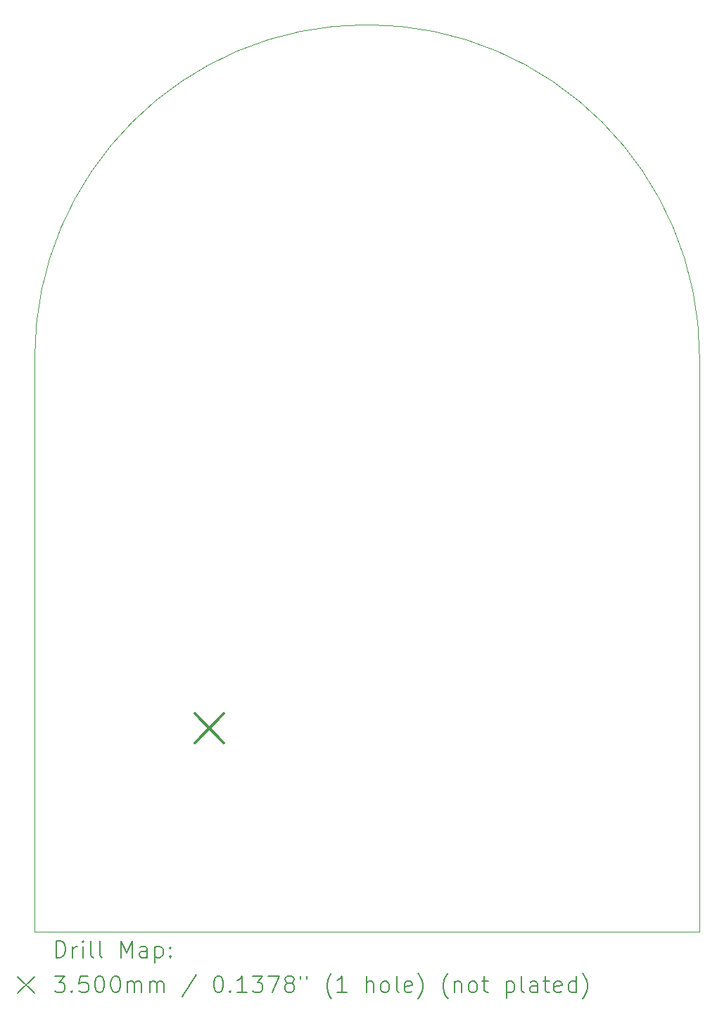
<source format=gbr>
%TF.GenerationSoftware,KiCad,Pcbnew,8.0.1*%
%TF.CreationDate,2024-06-02T16:30:32+02:00*%
%TF.ProjectId,Microrat,4d696372-6f72-4617-942e-6b696361645f,rev?*%
%TF.SameCoordinates,Original*%
%TF.FileFunction,Drillmap*%
%TF.FilePolarity,Positive*%
%FSLAX45Y45*%
G04 Gerber Fmt 4.5, Leading zero omitted, Abs format (unit mm)*
G04 Created by KiCad (PCBNEW 8.0.1) date 2024-06-02 16:30:32*
%MOMM*%
%LPD*%
G01*
G04 APERTURE LIST*
%ADD10C,0.050000*%
%ADD11C,0.200000*%
%ADD12C,0.350000*%
G04 APERTURE END LIST*
D10*
X19800000Y-15200000D02*
X19800000Y-22100000D01*
X19800000Y-15200000D02*
G75*
G02*
X27800000Y-15200000I4000000J0D01*
G01*
X27800000Y-22100000D02*
X19800000Y-22100000D01*
X27800000Y-22100000D02*
X27800000Y-15200000D01*
D11*
D12*
X21725000Y-19482000D02*
X22075000Y-19832000D01*
X22075000Y-19482000D02*
X21725000Y-19832000D01*
D11*
X20058277Y-22413984D02*
X20058277Y-22213984D01*
X20058277Y-22213984D02*
X20105896Y-22213984D01*
X20105896Y-22213984D02*
X20134467Y-22223508D01*
X20134467Y-22223508D02*
X20153515Y-22242555D01*
X20153515Y-22242555D02*
X20163039Y-22261603D01*
X20163039Y-22261603D02*
X20172563Y-22299698D01*
X20172563Y-22299698D02*
X20172563Y-22328270D01*
X20172563Y-22328270D02*
X20163039Y-22366365D01*
X20163039Y-22366365D02*
X20153515Y-22385412D01*
X20153515Y-22385412D02*
X20134467Y-22404460D01*
X20134467Y-22404460D02*
X20105896Y-22413984D01*
X20105896Y-22413984D02*
X20058277Y-22413984D01*
X20258277Y-22413984D02*
X20258277Y-22280650D01*
X20258277Y-22318746D02*
X20267801Y-22299698D01*
X20267801Y-22299698D02*
X20277324Y-22290174D01*
X20277324Y-22290174D02*
X20296372Y-22280650D01*
X20296372Y-22280650D02*
X20315420Y-22280650D01*
X20382086Y-22413984D02*
X20382086Y-22280650D01*
X20382086Y-22213984D02*
X20372563Y-22223508D01*
X20372563Y-22223508D02*
X20382086Y-22233031D01*
X20382086Y-22233031D02*
X20391610Y-22223508D01*
X20391610Y-22223508D02*
X20382086Y-22213984D01*
X20382086Y-22213984D02*
X20382086Y-22233031D01*
X20505896Y-22413984D02*
X20486848Y-22404460D01*
X20486848Y-22404460D02*
X20477324Y-22385412D01*
X20477324Y-22385412D02*
X20477324Y-22213984D01*
X20610658Y-22413984D02*
X20591610Y-22404460D01*
X20591610Y-22404460D02*
X20582086Y-22385412D01*
X20582086Y-22385412D02*
X20582086Y-22213984D01*
X20839229Y-22413984D02*
X20839229Y-22213984D01*
X20839229Y-22213984D02*
X20905896Y-22356841D01*
X20905896Y-22356841D02*
X20972563Y-22213984D01*
X20972563Y-22213984D02*
X20972563Y-22413984D01*
X21153515Y-22413984D02*
X21153515Y-22309222D01*
X21153515Y-22309222D02*
X21143991Y-22290174D01*
X21143991Y-22290174D02*
X21124944Y-22280650D01*
X21124944Y-22280650D02*
X21086848Y-22280650D01*
X21086848Y-22280650D02*
X21067801Y-22290174D01*
X21153515Y-22404460D02*
X21134467Y-22413984D01*
X21134467Y-22413984D02*
X21086848Y-22413984D01*
X21086848Y-22413984D02*
X21067801Y-22404460D01*
X21067801Y-22404460D02*
X21058277Y-22385412D01*
X21058277Y-22385412D02*
X21058277Y-22366365D01*
X21058277Y-22366365D02*
X21067801Y-22347317D01*
X21067801Y-22347317D02*
X21086848Y-22337793D01*
X21086848Y-22337793D02*
X21134467Y-22337793D01*
X21134467Y-22337793D02*
X21153515Y-22328270D01*
X21248753Y-22280650D02*
X21248753Y-22480650D01*
X21248753Y-22290174D02*
X21267801Y-22280650D01*
X21267801Y-22280650D02*
X21305896Y-22280650D01*
X21305896Y-22280650D02*
X21324944Y-22290174D01*
X21324944Y-22290174D02*
X21334467Y-22299698D01*
X21334467Y-22299698D02*
X21343991Y-22318746D01*
X21343991Y-22318746D02*
X21343991Y-22375888D01*
X21343991Y-22375888D02*
X21334467Y-22394936D01*
X21334467Y-22394936D02*
X21324944Y-22404460D01*
X21324944Y-22404460D02*
X21305896Y-22413984D01*
X21305896Y-22413984D02*
X21267801Y-22413984D01*
X21267801Y-22413984D02*
X21248753Y-22404460D01*
X21429705Y-22394936D02*
X21439229Y-22404460D01*
X21439229Y-22404460D02*
X21429705Y-22413984D01*
X21429705Y-22413984D02*
X21420182Y-22404460D01*
X21420182Y-22404460D02*
X21429705Y-22394936D01*
X21429705Y-22394936D02*
X21429705Y-22413984D01*
X21429705Y-22290174D02*
X21439229Y-22299698D01*
X21439229Y-22299698D02*
X21429705Y-22309222D01*
X21429705Y-22309222D02*
X21420182Y-22299698D01*
X21420182Y-22299698D02*
X21429705Y-22290174D01*
X21429705Y-22290174D02*
X21429705Y-22309222D01*
X19597500Y-22642500D02*
X19797500Y-22842500D01*
X19797500Y-22642500D02*
X19597500Y-22842500D01*
X20039229Y-22633984D02*
X20163039Y-22633984D01*
X20163039Y-22633984D02*
X20096372Y-22710174D01*
X20096372Y-22710174D02*
X20124944Y-22710174D01*
X20124944Y-22710174D02*
X20143991Y-22719698D01*
X20143991Y-22719698D02*
X20153515Y-22729222D01*
X20153515Y-22729222D02*
X20163039Y-22748269D01*
X20163039Y-22748269D02*
X20163039Y-22795888D01*
X20163039Y-22795888D02*
X20153515Y-22814936D01*
X20153515Y-22814936D02*
X20143991Y-22824460D01*
X20143991Y-22824460D02*
X20124944Y-22833984D01*
X20124944Y-22833984D02*
X20067801Y-22833984D01*
X20067801Y-22833984D02*
X20048753Y-22824460D01*
X20048753Y-22824460D02*
X20039229Y-22814936D01*
X20248753Y-22814936D02*
X20258277Y-22824460D01*
X20258277Y-22824460D02*
X20248753Y-22833984D01*
X20248753Y-22833984D02*
X20239229Y-22824460D01*
X20239229Y-22824460D02*
X20248753Y-22814936D01*
X20248753Y-22814936D02*
X20248753Y-22833984D01*
X20439229Y-22633984D02*
X20343991Y-22633984D01*
X20343991Y-22633984D02*
X20334467Y-22729222D01*
X20334467Y-22729222D02*
X20343991Y-22719698D01*
X20343991Y-22719698D02*
X20363039Y-22710174D01*
X20363039Y-22710174D02*
X20410658Y-22710174D01*
X20410658Y-22710174D02*
X20429705Y-22719698D01*
X20429705Y-22719698D02*
X20439229Y-22729222D01*
X20439229Y-22729222D02*
X20448753Y-22748269D01*
X20448753Y-22748269D02*
X20448753Y-22795888D01*
X20448753Y-22795888D02*
X20439229Y-22814936D01*
X20439229Y-22814936D02*
X20429705Y-22824460D01*
X20429705Y-22824460D02*
X20410658Y-22833984D01*
X20410658Y-22833984D02*
X20363039Y-22833984D01*
X20363039Y-22833984D02*
X20343991Y-22824460D01*
X20343991Y-22824460D02*
X20334467Y-22814936D01*
X20572563Y-22633984D02*
X20591610Y-22633984D01*
X20591610Y-22633984D02*
X20610658Y-22643508D01*
X20610658Y-22643508D02*
X20620182Y-22653031D01*
X20620182Y-22653031D02*
X20629705Y-22672079D01*
X20629705Y-22672079D02*
X20639229Y-22710174D01*
X20639229Y-22710174D02*
X20639229Y-22757793D01*
X20639229Y-22757793D02*
X20629705Y-22795888D01*
X20629705Y-22795888D02*
X20620182Y-22814936D01*
X20620182Y-22814936D02*
X20610658Y-22824460D01*
X20610658Y-22824460D02*
X20591610Y-22833984D01*
X20591610Y-22833984D02*
X20572563Y-22833984D01*
X20572563Y-22833984D02*
X20553515Y-22824460D01*
X20553515Y-22824460D02*
X20543991Y-22814936D01*
X20543991Y-22814936D02*
X20534467Y-22795888D01*
X20534467Y-22795888D02*
X20524944Y-22757793D01*
X20524944Y-22757793D02*
X20524944Y-22710174D01*
X20524944Y-22710174D02*
X20534467Y-22672079D01*
X20534467Y-22672079D02*
X20543991Y-22653031D01*
X20543991Y-22653031D02*
X20553515Y-22643508D01*
X20553515Y-22643508D02*
X20572563Y-22633984D01*
X20763039Y-22633984D02*
X20782086Y-22633984D01*
X20782086Y-22633984D02*
X20801134Y-22643508D01*
X20801134Y-22643508D02*
X20810658Y-22653031D01*
X20810658Y-22653031D02*
X20820182Y-22672079D01*
X20820182Y-22672079D02*
X20829705Y-22710174D01*
X20829705Y-22710174D02*
X20829705Y-22757793D01*
X20829705Y-22757793D02*
X20820182Y-22795888D01*
X20820182Y-22795888D02*
X20810658Y-22814936D01*
X20810658Y-22814936D02*
X20801134Y-22824460D01*
X20801134Y-22824460D02*
X20782086Y-22833984D01*
X20782086Y-22833984D02*
X20763039Y-22833984D01*
X20763039Y-22833984D02*
X20743991Y-22824460D01*
X20743991Y-22824460D02*
X20734467Y-22814936D01*
X20734467Y-22814936D02*
X20724944Y-22795888D01*
X20724944Y-22795888D02*
X20715420Y-22757793D01*
X20715420Y-22757793D02*
X20715420Y-22710174D01*
X20715420Y-22710174D02*
X20724944Y-22672079D01*
X20724944Y-22672079D02*
X20734467Y-22653031D01*
X20734467Y-22653031D02*
X20743991Y-22643508D01*
X20743991Y-22643508D02*
X20763039Y-22633984D01*
X20915420Y-22833984D02*
X20915420Y-22700650D01*
X20915420Y-22719698D02*
X20924944Y-22710174D01*
X20924944Y-22710174D02*
X20943991Y-22700650D01*
X20943991Y-22700650D02*
X20972563Y-22700650D01*
X20972563Y-22700650D02*
X20991610Y-22710174D01*
X20991610Y-22710174D02*
X21001134Y-22729222D01*
X21001134Y-22729222D02*
X21001134Y-22833984D01*
X21001134Y-22729222D02*
X21010658Y-22710174D01*
X21010658Y-22710174D02*
X21029705Y-22700650D01*
X21029705Y-22700650D02*
X21058277Y-22700650D01*
X21058277Y-22700650D02*
X21077325Y-22710174D01*
X21077325Y-22710174D02*
X21086848Y-22729222D01*
X21086848Y-22729222D02*
X21086848Y-22833984D01*
X21182086Y-22833984D02*
X21182086Y-22700650D01*
X21182086Y-22719698D02*
X21191610Y-22710174D01*
X21191610Y-22710174D02*
X21210658Y-22700650D01*
X21210658Y-22700650D02*
X21239229Y-22700650D01*
X21239229Y-22700650D02*
X21258277Y-22710174D01*
X21258277Y-22710174D02*
X21267801Y-22729222D01*
X21267801Y-22729222D02*
X21267801Y-22833984D01*
X21267801Y-22729222D02*
X21277325Y-22710174D01*
X21277325Y-22710174D02*
X21296372Y-22700650D01*
X21296372Y-22700650D02*
X21324944Y-22700650D01*
X21324944Y-22700650D02*
X21343991Y-22710174D01*
X21343991Y-22710174D02*
X21353515Y-22729222D01*
X21353515Y-22729222D02*
X21353515Y-22833984D01*
X21743991Y-22624460D02*
X21572563Y-22881603D01*
X22001134Y-22633984D02*
X22020182Y-22633984D01*
X22020182Y-22633984D02*
X22039229Y-22643508D01*
X22039229Y-22643508D02*
X22048753Y-22653031D01*
X22048753Y-22653031D02*
X22058277Y-22672079D01*
X22058277Y-22672079D02*
X22067801Y-22710174D01*
X22067801Y-22710174D02*
X22067801Y-22757793D01*
X22067801Y-22757793D02*
X22058277Y-22795888D01*
X22058277Y-22795888D02*
X22048753Y-22814936D01*
X22048753Y-22814936D02*
X22039229Y-22824460D01*
X22039229Y-22824460D02*
X22020182Y-22833984D01*
X22020182Y-22833984D02*
X22001134Y-22833984D01*
X22001134Y-22833984D02*
X21982087Y-22824460D01*
X21982087Y-22824460D02*
X21972563Y-22814936D01*
X21972563Y-22814936D02*
X21963039Y-22795888D01*
X21963039Y-22795888D02*
X21953515Y-22757793D01*
X21953515Y-22757793D02*
X21953515Y-22710174D01*
X21953515Y-22710174D02*
X21963039Y-22672079D01*
X21963039Y-22672079D02*
X21972563Y-22653031D01*
X21972563Y-22653031D02*
X21982087Y-22643508D01*
X21982087Y-22643508D02*
X22001134Y-22633984D01*
X22153515Y-22814936D02*
X22163039Y-22824460D01*
X22163039Y-22824460D02*
X22153515Y-22833984D01*
X22153515Y-22833984D02*
X22143991Y-22824460D01*
X22143991Y-22824460D02*
X22153515Y-22814936D01*
X22153515Y-22814936D02*
X22153515Y-22833984D01*
X22353515Y-22833984D02*
X22239229Y-22833984D01*
X22296372Y-22833984D02*
X22296372Y-22633984D01*
X22296372Y-22633984D02*
X22277325Y-22662555D01*
X22277325Y-22662555D02*
X22258277Y-22681603D01*
X22258277Y-22681603D02*
X22239229Y-22691127D01*
X22420182Y-22633984D02*
X22543991Y-22633984D01*
X22543991Y-22633984D02*
X22477325Y-22710174D01*
X22477325Y-22710174D02*
X22505896Y-22710174D01*
X22505896Y-22710174D02*
X22524944Y-22719698D01*
X22524944Y-22719698D02*
X22534467Y-22729222D01*
X22534467Y-22729222D02*
X22543991Y-22748269D01*
X22543991Y-22748269D02*
X22543991Y-22795888D01*
X22543991Y-22795888D02*
X22534467Y-22814936D01*
X22534467Y-22814936D02*
X22524944Y-22824460D01*
X22524944Y-22824460D02*
X22505896Y-22833984D01*
X22505896Y-22833984D02*
X22448753Y-22833984D01*
X22448753Y-22833984D02*
X22429706Y-22824460D01*
X22429706Y-22824460D02*
X22420182Y-22814936D01*
X22610658Y-22633984D02*
X22743991Y-22633984D01*
X22743991Y-22633984D02*
X22658277Y-22833984D01*
X22848753Y-22719698D02*
X22829706Y-22710174D01*
X22829706Y-22710174D02*
X22820182Y-22700650D01*
X22820182Y-22700650D02*
X22810658Y-22681603D01*
X22810658Y-22681603D02*
X22810658Y-22672079D01*
X22810658Y-22672079D02*
X22820182Y-22653031D01*
X22820182Y-22653031D02*
X22829706Y-22643508D01*
X22829706Y-22643508D02*
X22848753Y-22633984D01*
X22848753Y-22633984D02*
X22886848Y-22633984D01*
X22886848Y-22633984D02*
X22905896Y-22643508D01*
X22905896Y-22643508D02*
X22915420Y-22653031D01*
X22915420Y-22653031D02*
X22924944Y-22672079D01*
X22924944Y-22672079D02*
X22924944Y-22681603D01*
X22924944Y-22681603D02*
X22915420Y-22700650D01*
X22915420Y-22700650D02*
X22905896Y-22710174D01*
X22905896Y-22710174D02*
X22886848Y-22719698D01*
X22886848Y-22719698D02*
X22848753Y-22719698D01*
X22848753Y-22719698D02*
X22829706Y-22729222D01*
X22829706Y-22729222D02*
X22820182Y-22738746D01*
X22820182Y-22738746D02*
X22810658Y-22757793D01*
X22810658Y-22757793D02*
X22810658Y-22795888D01*
X22810658Y-22795888D02*
X22820182Y-22814936D01*
X22820182Y-22814936D02*
X22829706Y-22824460D01*
X22829706Y-22824460D02*
X22848753Y-22833984D01*
X22848753Y-22833984D02*
X22886848Y-22833984D01*
X22886848Y-22833984D02*
X22905896Y-22824460D01*
X22905896Y-22824460D02*
X22915420Y-22814936D01*
X22915420Y-22814936D02*
X22924944Y-22795888D01*
X22924944Y-22795888D02*
X22924944Y-22757793D01*
X22924944Y-22757793D02*
X22915420Y-22738746D01*
X22915420Y-22738746D02*
X22905896Y-22729222D01*
X22905896Y-22729222D02*
X22886848Y-22719698D01*
X23001134Y-22633984D02*
X23001134Y-22672079D01*
X23077325Y-22633984D02*
X23077325Y-22672079D01*
X23372563Y-22910174D02*
X23363039Y-22900650D01*
X23363039Y-22900650D02*
X23343991Y-22872079D01*
X23343991Y-22872079D02*
X23334468Y-22853031D01*
X23334468Y-22853031D02*
X23324944Y-22824460D01*
X23324944Y-22824460D02*
X23315420Y-22776841D01*
X23315420Y-22776841D02*
X23315420Y-22738746D01*
X23315420Y-22738746D02*
X23324944Y-22691127D01*
X23324944Y-22691127D02*
X23334468Y-22662555D01*
X23334468Y-22662555D02*
X23343991Y-22643508D01*
X23343991Y-22643508D02*
X23363039Y-22614936D01*
X23363039Y-22614936D02*
X23372563Y-22605412D01*
X23553515Y-22833984D02*
X23439229Y-22833984D01*
X23496372Y-22833984D02*
X23496372Y-22633984D01*
X23496372Y-22633984D02*
X23477325Y-22662555D01*
X23477325Y-22662555D02*
X23458277Y-22681603D01*
X23458277Y-22681603D02*
X23439229Y-22691127D01*
X23791610Y-22833984D02*
X23791610Y-22633984D01*
X23877325Y-22833984D02*
X23877325Y-22729222D01*
X23877325Y-22729222D02*
X23867801Y-22710174D01*
X23867801Y-22710174D02*
X23848753Y-22700650D01*
X23848753Y-22700650D02*
X23820182Y-22700650D01*
X23820182Y-22700650D02*
X23801134Y-22710174D01*
X23801134Y-22710174D02*
X23791610Y-22719698D01*
X24001134Y-22833984D02*
X23982087Y-22824460D01*
X23982087Y-22824460D02*
X23972563Y-22814936D01*
X23972563Y-22814936D02*
X23963039Y-22795888D01*
X23963039Y-22795888D02*
X23963039Y-22738746D01*
X23963039Y-22738746D02*
X23972563Y-22719698D01*
X23972563Y-22719698D02*
X23982087Y-22710174D01*
X23982087Y-22710174D02*
X24001134Y-22700650D01*
X24001134Y-22700650D02*
X24029706Y-22700650D01*
X24029706Y-22700650D02*
X24048753Y-22710174D01*
X24048753Y-22710174D02*
X24058277Y-22719698D01*
X24058277Y-22719698D02*
X24067801Y-22738746D01*
X24067801Y-22738746D02*
X24067801Y-22795888D01*
X24067801Y-22795888D02*
X24058277Y-22814936D01*
X24058277Y-22814936D02*
X24048753Y-22824460D01*
X24048753Y-22824460D02*
X24029706Y-22833984D01*
X24029706Y-22833984D02*
X24001134Y-22833984D01*
X24182087Y-22833984D02*
X24163039Y-22824460D01*
X24163039Y-22824460D02*
X24153515Y-22805412D01*
X24153515Y-22805412D02*
X24153515Y-22633984D01*
X24334468Y-22824460D02*
X24315420Y-22833984D01*
X24315420Y-22833984D02*
X24277325Y-22833984D01*
X24277325Y-22833984D02*
X24258277Y-22824460D01*
X24258277Y-22824460D02*
X24248753Y-22805412D01*
X24248753Y-22805412D02*
X24248753Y-22729222D01*
X24248753Y-22729222D02*
X24258277Y-22710174D01*
X24258277Y-22710174D02*
X24277325Y-22700650D01*
X24277325Y-22700650D02*
X24315420Y-22700650D01*
X24315420Y-22700650D02*
X24334468Y-22710174D01*
X24334468Y-22710174D02*
X24343991Y-22729222D01*
X24343991Y-22729222D02*
X24343991Y-22748269D01*
X24343991Y-22748269D02*
X24248753Y-22767317D01*
X24410658Y-22910174D02*
X24420182Y-22900650D01*
X24420182Y-22900650D02*
X24439230Y-22872079D01*
X24439230Y-22872079D02*
X24448753Y-22853031D01*
X24448753Y-22853031D02*
X24458277Y-22824460D01*
X24458277Y-22824460D02*
X24467801Y-22776841D01*
X24467801Y-22776841D02*
X24467801Y-22738746D01*
X24467801Y-22738746D02*
X24458277Y-22691127D01*
X24458277Y-22691127D02*
X24448753Y-22662555D01*
X24448753Y-22662555D02*
X24439230Y-22643508D01*
X24439230Y-22643508D02*
X24420182Y-22614936D01*
X24420182Y-22614936D02*
X24410658Y-22605412D01*
X24772563Y-22910174D02*
X24763039Y-22900650D01*
X24763039Y-22900650D02*
X24743991Y-22872079D01*
X24743991Y-22872079D02*
X24734468Y-22853031D01*
X24734468Y-22853031D02*
X24724944Y-22824460D01*
X24724944Y-22824460D02*
X24715420Y-22776841D01*
X24715420Y-22776841D02*
X24715420Y-22738746D01*
X24715420Y-22738746D02*
X24724944Y-22691127D01*
X24724944Y-22691127D02*
X24734468Y-22662555D01*
X24734468Y-22662555D02*
X24743991Y-22643508D01*
X24743991Y-22643508D02*
X24763039Y-22614936D01*
X24763039Y-22614936D02*
X24772563Y-22605412D01*
X24848753Y-22700650D02*
X24848753Y-22833984D01*
X24848753Y-22719698D02*
X24858277Y-22710174D01*
X24858277Y-22710174D02*
X24877325Y-22700650D01*
X24877325Y-22700650D02*
X24905896Y-22700650D01*
X24905896Y-22700650D02*
X24924944Y-22710174D01*
X24924944Y-22710174D02*
X24934468Y-22729222D01*
X24934468Y-22729222D02*
X24934468Y-22833984D01*
X25058277Y-22833984D02*
X25039230Y-22824460D01*
X25039230Y-22824460D02*
X25029706Y-22814936D01*
X25029706Y-22814936D02*
X25020182Y-22795888D01*
X25020182Y-22795888D02*
X25020182Y-22738746D01*
X25020182Y-22738746D02*
X25029706Y-22719698D01*
X25029706Y-22719698D02*
X25039230Y-22710174D01*
X25039230Y-22710174D02*
X25058277Y-22700650D01*
X25058277Y-22700650D02*
X25086849Y-22700650D01*
X25086849Y-22700650D02*
X25105896Y-22710174D01*
X25105896Y-22710174D02*
X25115420Y-22719698D01*
X25115420Y-22719698D02*
X25124944Y-22738746D01*
X25124944Y-22738746D02*
X25124944Y-22795888D01*
X25124944Y-22795888D02*
X25115420Y-22814936D01*
X25115420Y-22814936D02*
X25105896Y-22824460D01*
X25105896Y-22824460D02*
X25086849Y-22833984D01*
X25086849Y-22833984D02*
X25058277Y-22833984D01*
X25182087Y-22700650D02*
X25258277Y-22700650D01*
X25210658Y-22633984D02*
X25210658Y-22805412D01*
X25210658Y-22805412D02*
X25220182Y-22824460D01*
X25220182Y-22824460D02*
X25239230Y-22833984D01*
X25239230Y-22833984D02*
X25258277Y-22833984D01*
X25477325Y-22700650D02*
X25477325Y-22900650D01*
X25477325Y-22710174D02*
X25496372Y-22700650D01*
X25496372Y-22700650D02*
X25534468Y-22700650D01*
X25534468Y-22700650D02*
X25553515Y-22710174D01*
X25553515Y-22710174D02*
X25563039Y-22719698D01*
X25563039Y-22719698D02*
X25572563Y-22738746D01*
X25572563Y-22738746D02*
X25572563Y-22795888D01*
X25572563Y-22795888D02*
X25563039Y-22814936D01*
X25563039Y-22814936D02*
X25553515Y-22824460D01*
X25553515Y-22824460D02*
X25534468Y-22833984D01*
X25534468Y-22833984D02*
X25496372Y-22833984D01*
X25496372Y-22833984D02*
X25477325Y-22824460D01*
X25686849Y-22833984D02*
X25667801Y-22824460D01*
X25667801Y-22824460D02*
X25658277Y-22805412D01*
X25658277Y-22805412D02*
X25658277Y-22633984D01*
X25848753Y-22833984D02*
X25848753Y-22729222D01*
X25848753Y-22729222D02*
X25839230Y-22710174D01*
X25839230Y-22710174D02*
X25820182Y-22700650D01*
X25820182Y-22700650D02*
X25782087Y-22700650D01*
X25782087Y-22700650D02*
X25763039Y-22710174D01*
X25848753Y-22824460D02*
X25829706Y-22833984D01*
X25829706Y-22833984D02*
X25782087Y-22833984D01*
X25782087Y-22833984D02*
X25763039Y-22824460D01*
X25763039Y-22824460D02*
X25753515Y-22805412D01*
X25753515Y-22805412D02*
X25753515Y-22786365D01*
X25753515Y-22786365D02*
X25763039Y-22767317D01*
X25763039Y-22767317D02*
X25782087Y-22757793D01*
X25782087Y-22757793D02*
X25829706Y-22757793D01*
X25829706Y-22757793D02*
X25848753Y-22748269D01*
X25915420Y-22700650D02*
X25991611Y-22700650D01*
X25943992Y-22633984D02*
X25943992Y-22805412D01*
X25943992Y-22805412D02*
X25953515Y-22824460D01*
X25953515Y-22824460D02*
X25972563Y-22833984D01*
X25972563Y-22833984D02*
X25991611Y-22833984D01*
X26134468Y-22824460D02*
X26115420Y-22833984D01*
X26115420Y-22833984D02*
X26077325Y-22833984D01*
X26077325Y-22833984D02*
X26058277Y-22824460D01*
X26058277Y-22824460D02*
X26048753Y-22805412D01*
X26048753Y-22805412D02*
X26048753Y-22729222D01*
X26048753Y-22729222D02*
X26058277Y-22710174D01*
X26058277Y-22710174D02*
X26077325Y-22700650D01*
X26077325Y-22700650D02*
X26115420Y-22700650D01*
X26115420Y-22700650D02*
X26134468Y-22710174D01*
X26134468Y-22710174D02*
X26143992Y-22729222D01*
X26143992Y-22729222D02*
X26143992Y-22748269D01*
X26143992Y-22748269D02*
X26048753Y-22767317D01*
X26315420Y-22833984D02*
X26315420Y-22633984D01*
X26315420Y-22824460D02*
X26296373Y-22833984D01*
X26296373Y-22833984D02*
X26258277Y-22833984D01*
X26258277Y-22833984D02*
X26239230Y-22824460D01*
X26239230Y-22824460D02*
X26229706Y-22814936D01*
X26229706Y-22814936D02*
X26220182Y-22795888D01*
X26220182Y-22795888D02*
X26220182Y-22738746D01*
X26220182Y-22738746D02*
X26229706Y-22719698D01*
X26229706Y-22719698D02*
X26239230Y-22710174D01*
X26239230Y-22710174D02*
X26258277Y-22700650D01*
X26258277Y-22700650D02*
X26296373Y-22700650D01*
X26296373Y-22700650D02*
X26315420Y-22710174D01*
X26391611Y-22910174D02*
X26401134Y-22900650D01*
X26401134Y-22900650D02*
X26420182Y-22872079D01*
X26420182Y-22872079D02*
X26429706Y-22853031D01*
X26429706Y-22853031D02*
X26439230Y-22824460D01*
X26439230Y-22824460D02*
X26448753Y-22776841D01*
X26448753Y-22776841D02*
X26448753Y-22738746D01*
X26448753Y-22738746D02*
X26439230Y-22691127D01*
X26439230Y-22691127D02*
X26429706Y-22662555D01*
X26429706Y-22662555D02*
X26420182Y-22643508D01*
X26420182Y-22643508D02*
X26401134Y-22614936D01*
X26401134Y-22614936D02*
X26391611Y-22605412D01*
M02*

</source>
